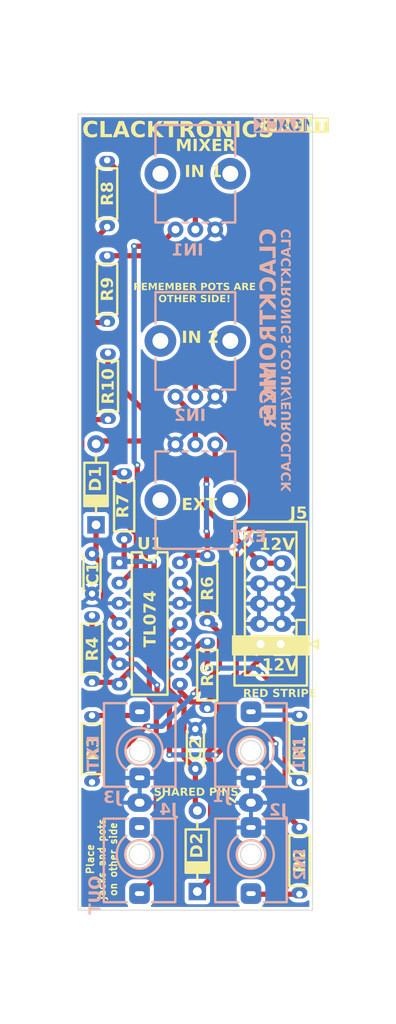
<source format=kicad_pcb>
(kicad_pcb (version 20240108) (generator "pcbnew") (generator_version "8.0")
  (layers (0 "F.Cu" signal) (31 "B.Cu" signal) (34 "B.Paste" user) (35 "F.Paste" user) (36 "B.SilkS" user "B.Silkscreen") (37 "F.SilkS" user "F.Silkscreen") (38 "B.Mask" user) (39 "F.Mask" user) (44 "Edge.Cuts" user))
  (net 0 "")
  (net 1 "+12V")
  (net 2 "Net-(D1-A)")
  (net 3 "Net-(D2-K)")
  (net 4 "-12V")
  (net 5 "GND")
  (net 6 "Net-(J1-PadT)")
  (net 7 "Net-(J2-PadT)")
  (net 8 "Net-(J3-PadT)")
  (net 9 "Net-(J4-PadT)")
  (net 10 "Net-(R5-Pad2)")
  (net 11 "Net-(U1D--)")
  (net 12 "Net-(R6-Pad2)")
  (net 13 "Net-(U1C--)")
  (net 14 "Net-(R8-Pad1)")
  (net 15 "Net-(U1B--)")
  (net 16 "Net-(R4-Pad2)")
  (net 17 "Net-(U1A--)")
  (net 19 "Net-(R9-Pad1)")
  (net 20 "Net-(R10-Pad1)")
  (footprint "BYOM_General:R_Axial_DIN0204_L3.6mm_D1.6mm_P7.62mm_Horizontal" (layer "F.Cu") (at 148.6 120.5 -90)
    (property "Reference" "R1" (at 4.191 -0.1 90) (layer "F.SilkS") (effects (font (size 1.5 1.5) (thickness 0.2) (bold yes))))
    (property "Value" "100kΩ")
    (fp_line (start 1.016 1.27) (end 7.366 1.27) (stroke (width 0.3)) (layer "F.SilkS"))
    (fp_line (start 7.366 1.27) (end 7.366 -1.27) (stroke (width 0.3)) (layer "F.SilkS"))
    (fp_line (start 1.016 -1.27) (end 1.016 1.27) (stroke (width 0.3)) (layer "F.SilkS"))
    (fp_line (start 7.366 -1.27) (end 1.016 -1.27) (stroke (width 0.3)) (layer "F.SilkS"))
    (pad "1" thru_hole oval (at 0 0 270) (size 1.4 2) (drill 0.8 (offset 0.15 0)) (layers "*.Cu" "*.Mask") (net 6 "Net-(J1-PadT)"))
    (pad "2" thru_hole oval (at 8.382 0 90) (size 1.4 2) (drill 0.8 (offset 0.15 0)) (layers "*.Cu" "*.Mask") (net 15 "Net-(U1B--)"))
  )
  (footprint "BYOM_General:C_TH_Disc_P5.00mm" (layer "F.Cu") (at 135.5 122.25 -90)
    (property "Reference" "C2" (at 2.53 -0.13 90) (layer "F.SilkS") (effects (font (size 1.5 1.5) (thickness 0.2) (bold yes))))
    (property "Value" "100n")
    (fp_line (start 0.23 1.07) (end 4.77 1.07) (stroke (width 0.3)) (layer "F.SilkS"))
    (fp_line (start 0.23 1.055) (end 0.23 1.07) (stroke (width 0.12)) (layer "F.SilkS"))
    (fp_line (start 4.77 1.055) (end 4.77 1.07) (stroke (width 0.12)) (layer "F.SilkS"))
    (fp_line (start 0.23 -1.07) (end 0.23 -1.055) (stroke (width 0.12)) (layer "F.SilkS"))
    (fp_line (start 0.23 -1.07) (end 4.77 -1.07) (stroke (width 0.3)) (layer "F.SilkS"))
    (fp_line (start 4.77 -1.07) (end 4.77 -1.055) (stroke (width 0.12)) (layer "F.SilkS"))
    (pad "1" thru_hole circle (at 0 0 270) (size 1.8 1.8) (drill 0.8) (layers "*.Cu" "*.Mask") (net 5 "GND"))
    (pad "2" thru_hole circle (at 5 0 270) (size 1.8 1.8) (drill 0.8) (layers "*.Cu" "*.Mask") (net 4 "-12V"))
  )
  (footprint "BYOM_General:IDC-Header_2x05_P2.54mm_Vertical" (layer "F.Cu") (at 146.25 111.58 180)
    (property "Reference" "J5" (at -2.25 16.38 180) (layer "F.SilkS") (effects (font (size 1.5 1.5) (thickness 0.2) (bold yes))))
    (property "Value" "Eurorack socket")
    (fp_line (start 5.83 15.37) (end -3.29 15.37) (stroke (width 0.3)) (layer "F.SilkS"))
    (fp_line (start 5.83 -5.21) (end 5.83 15.37) (stroke (width 0.3)) (layer "F.SilkS"))
    (fp_line (start 4.52 14.07) (end -1.98 14.07) (stroke (width 0.3)) (layer "F.SilkS"))
    (fp_line (start 4.52 -3.91) (end 4.52 14.07) (stroke (width 0.3)) (layer "F.SilkS"))
    (fp_line (start -1.98 14.07) (end -1.98 7.13) (stroke (width 0.3)) (layer "F.SilkS"))
    (fp_line (start -1.98 7.13) (end -1.98 7.13) (stroke (width 0.3)) (layer "F.SilkS"))
    (fp_line (start -1.98 7.13) (end -3.29 7.13) (stroke (width 0.3)) (layer "F.SilkS"))
    (fp_line (start -1.98 3.03) (end -1.98 -3.91) (stroke (width 0.3)) (layer "F.SilkS"))
    (fp_line (start -1.98 -3.91) (end 4.52 -3.91) (stroke (width 0.3)) (layer "F.SilkS"))
    (fp_line (start -3.29 15.37) (end -3.29 -5.21) (stroke (width 0.3)) (layer "F.SilkS"))
    (fp_line (start -3.29 3.03) (end -1.98 3.03) (stroke (width 0.3)) (layer "F.SilkS"))
    (fp_line (start -3.29 -5.21) (end 5.83 -5.21) (stroke (width 0.3)) (layer "F.SilkS"))
    (fp_line (start -3.68 0) (end -4.68 -0.5) (stroke (width 0.3)) (layer "F.SilkS"))
    (fp_line (start -4.68 0.5) (end -3.68 0) (stroke (width 0.3)) (layer "F.SilkS"))
    (fp_line (start -4.68 -0.5) (end -4.68 0.5) (stroke (width 0.3)) (layer "F.SilkS"))
    (pad "1" thru_hole roundrect (at 0 0 180) (size 2.3 2) (drill 1 (offset -0.2 0)) (layers "*.Cu" "*.Mask") (roundrect_rratio 0.125) (net 3 "Net-(D2-K)"))
    (pad "2" thru_hole oval (at 2.54 0 180) (size 2.3 2) (drill 1 (offset 0.2 0)) (layers "*.Cu" "*.Mask") (net 3 "Net-(D2-K)"))
    (pad "3" thru_hole oval (at 0 2.54 180) (size 2.3 2) (drill 1 (offset -0.2 0)) (layers "*.Cu" "*.Mask") (net 5 "GND"))
    (pad "4" thru_hole oval (at 2.54 2.54 180) (size 2.3 2) (drill 1 (offset 0.2 0)) (layers "*.Cu" "*.Mask") (net 5 "GND"))
    (pad "5" thru_hole oval (at 0 5.08 180) (size 2.3 2) (drill 1 (offset -0.2 0)) (layers "*.Cu" "*.Mask") (net 5 "GND"))
    (pad "6" thru_hole oval (at 2.54 5.08 180) (size 2.3 2) (drill 1 (offset 0.2 0)) (layers "*.Cu" "*.Mask") (net 5 "GND"))
    (pad "7" thru_hole oval (at 0 7.62 180) (size 2.3 2) (drill 1 (offset -0.2 0)) (layers "*.Cu" "*.Mask") (net 5 "GND"))
    (pad "8" thru_hole oval (at 2.54 7.62 180) (size 2.3 2) (drill 1 (offset 0.2 0)) (layers "*.Cu" "*.Mask") (net 5 "GND"))
    (pad "9" thru_hole oval (at 0 10.16 180) (size 2.3 2) (drill 1 (offset -0.2 0)) (layers "*.Cu" "*.Mask") (net 2 "Net-(D1-A)"))
    (pad "10" thru_hole oval (at 2.54 10.16 180) (size 2.3 2) (drill 1 (offset 0.2 0)) (layers "*.Cu" "*.Mask") (net 2 "Net-(D1-A)"))
  )
  (footprint "BYOM_General:R_Axial_DIN0204_L3.6mm_D1.6mm_P7.62mm_Horizontal" (layer "F.Cu") (at 148.6 142.982 90)
    (property "Reference" "R2" (at 4.191 0.1 -90) (layer "F.SilkS") (effects (font (size 1.5 1.5) (thickness 0.2) (bold yes))))
    (property "Value" "100kΩ")
    (fp_line (start 7.366 -1.27) (end 1.016 -1.27) (stroke (width 0.3)) (layer "F.SilkS"))
    (fp_line (start 1.016 -1.27) (end 1.016 1.27) (stroke (width 0.3)) (layer "F.SilkS"))
    (fp_line (start 7.366 1.27) (end 7.366 -1.27) (stroke (width 0.3)) (layer "F.SilkS"))
    (fp_line (start 1.016 1.27) (end 7.366 1.27) (stroke (width 0.3)) (layer "F.SilkS"))
    (pad "1" thru_hole oval (at 0 0 90) (size 1.4 2) (drill 0.8 (offset 0.15 0)) (layers "*.Cu" "*.Mask") (net 7 "Net-(J2-PadT)"))
    (pad "2" thru_hole oval (at 8.382 0 270) (size 1.4 2) (drill 0.8 (offset 0.15 0)) (layers "*.Cu" "*.Mask") (net 13 "Net-(U1C--)"))
  )
  (footprint "BYOM_General:R_Axial_DIN0204_L3.6mm_D1.6mm_P7.62mm_Horizontal" (layer "F.Cu") (at 137 108.8 90)
    (property "Reference" "R6" (at 4.2 0.1 90) (layer "F.SilkS") (effects (font (size 1.5 1.5) (thickness 0.2) (bold yes))))
    (property "Value" "100kΩ")
    (fp_line (start 7.366 -1.27) (end 1.016 -1.27) (stroke (width 0.3)) (layer "F.SilkS"))
    (fp_line (start 1.016 -1.27) (end 1.016 1.27) (stroke (width 0.3)) (layer "F.SilkS"))
    (fp_line (start 7.366 1.27) (end 7.366 -1.27) (stroke (width 0.3)) (layer "F.SilkS"))
    (fp_line (start 1.016 1.27) (end 7.366 1.27) (stroke (width 0.3)) (layer "F.SilkS"))
    (pad "1" thru_hole oval (at 0 0 90) (size 1.4 2) (drill 0.8 (offset 0.15 0)) (layers "*.Cu" "*.Mask") (net 11 "Net-(U1D--)"))
    (pad "2" thru_hole oval (at 8.382 0 270) (size 1.4 2) (drill 0.8 (offset 0.15 0)) (layers "*.Cu" "*.Mask") (net 12 "Net-(R6-Pad2)"))
  )
  (footprint "BYOM_General:R_Axial_DIN0204_L3.6mm_D1.6mm_P7.62mm_Horizontal" (layer "F.Cu") (at 126.54 90.04 -90)
    (property "Reference" "R7" (at 4.191 0.1 90) (layer "F.SilkS") (effects (font (size 1.5 1.5) (thickness 0.2) (bold yes))))
    (property "Value" "100kΩ")
    (fp_line (start 1.016 1.27) (end 7.366 1.27) (stroke (width 0.3)) (layer "F.SilkS"))
    (fp_line (start 7.366 1.27) (end 7.366 -1.27) (stroke (width 0.3)) (layer "F.SilkS"))
    (fp_line (start 1.016 -1.27) (end 1.016 1.27) (stroke (width 0.3)) (layer "F.SilkS"))
    (fp_line (start 7.366 -1.27) (end 1.016 -1.27) (stroke (width 0.3)) (layer "F.SilkS"))
    (pad "1" thru_hole oval (at 0 0 270) (size 1.4 2) (drill 0.8 (offset 0.15 0)) (layers "*.Cu" "*.Mask") (net 17 "Net-(U1A--)"))
    (pad "2" thru_hole oval (at 8.382 0 90) (size 1.4 2) (drill 0.8 (offset 0.15 0)) (layers "*.Cu" "*.Mask") (net 9 "Net-(J4-PadT)"))
  )
  (footprint "BYOM_General:DIP-14_W7.62mm_LongPads_copy" (layer "F.Cu") (at 125.94 101.375)
    (property "Reference" "U1" (at 3.81 -2.33 0) (layer "F.SilkS") (effects (font (size 1.5 1.5) (thickness 0.3) (bold yes))))
    (property "Value" "TL074")
    (fp_line (start 1.56 -1.33) (end 1.56 16.57) (stroke (width 0.3)) (layer "F.SilkS"))
    (fp_line (start 1.56 16.57) (end 6.06 16.57) (stroke (width 0.3)) (layer "F.SilkS"))
    (fp_line (start 2.81 -1.33) (end 1.56 -1.33) (stroke (width 0.3)) (layer "F.SilkS"))
    (fp_line (start 6.06 -1.33) (end 4.81 -1.33) (stroke (width 0.3)) (layer "F.SilkS"))
    (fp_line (start 6.06 16.57) (end 6.06 -1.33) (stroke (width 0.3)) (layer "F.SilkS"))
    (fp_arc (start 4.81 -1.33) (mid 3.81 -0.33) (end 2.81 -1.33) (stroke (width 0.3)) (layer "F.SilkS"))
    (pad "1" thru_hole rect (at 0 0) (size 2 1.6) (drill 0.8) (layers "*.Cu" "*.Mask") (net 9 "Net-(J4-PadT)"))
    (pad "2" thru_hole oval (at 0 2.54) (size 2 1.6) (drill 0.8) (layers "*.Cu" "*.Mask") (net 17 "Net-(U1A--)"))
    (pad "3" thru_hole oval (at 0 5.08) (size 2 1.6) (drill 0.8) (layers "*.Cu" "*.Mask") (net 5 "GND"))
    (pad "4" thru_hole oval (at 0 7.62) (size 2 1.6) (drill 0.8) (layers "*.Cu" "*.Mask") (net 1 "+12V"))
    (pad "5" thru_hole oval (at 0 10.16) (size 2 1.6) (drill 0.8) (layers "*.Cu" "*.Mask") (net 5 "GND"))
    (pad "6" thru_hole oval (at 0 12.7) (size 2 1.6) (drill 0.8) (layers "*.Cu" "*.Mask") (net 15 "Net-(U1B--)"))
    (pad "7" thru_hole oval (at 0 15.24) (size 2 1.6) (drill 0.8) (layers "*.Cu" "*.Mask") (net 16 "Net-(R4-Pad2)"))
    (pad "8" thru_hole oval (at 7.62 15.24) (size 2 1.6) (drill 0.8) (layers "*.Cu" "*.Mask") (net 10 "Net-(R5-Pad2)"))
    (pad "9" thru_hole oval (at 7.62 12.7) (size 2 1.6) (drill 0.8) (layers "*.Cu" "*.Mask") (net 13 "Net-(U1C--)"))
    (pad "10" thru_hole oval (at 7.62 10.16) (size 2 1.6) (drill 0.8) (layers "*.Cu" "*.Mask") (net 5 "GND"))
    (pad "11" thru_hole oval (at 7.62 7.62) (size 2 1.6) (drill 0.8) (layers "*.Cu" "*.Mask") (net 4 "-12V"))
    (pad "12" thru_hole oval (at 7.62 5.08) (size 2 1.6) (drill 0.8) (layers "*.Cu" "*.Mask") (net 5 "GND"))
    (pad "13" thru_hole oval (at 7.62 2.54) (size 2 1.6) (drill 0.8) (layers "*.Cu" "*.Mask") (net 11 "Net-(U1D--)"))
    (pad "14" thru_hole oval (at 7.62 0) (size 2 1.6) (drill 0.8) (layers "*.Cu" "*.Mask") (net 12 "Net-(R6-Pad2)"))
  )
  (footprint "BYOM_General:C_TH_Disc_P5.00mm" (layer "F.Cu") (at 122.5 100.25 -90)
    (property "Reference" "C1" (at 2.5 -0.17 90) (layer "F.SilkS") (effects (font (size 1.5 1.5) (thickness 0.2) (bold yes))))
    (property "Value" "100n")
    (fp_line (start 0.23 1.07) (end 4.77 1.07) (stroke (width 0.3)) (layer "F.SilkS"))
    (fp_line (start 0.23 1.055) (end 0.23 1.07) (stroke (width 0.12)) (layer "F.SilkS"))
    (fp_line (start 4.77 1.055) (end 4.77 1.07) (stroke (width 0.12)) (layer "F.SilkS"))
    (fp_line (start 0.23 -1.07) (end 0.23 -1.055) (stroke (width 0.12)) (layer "F.SilkS"))
    (fp_line (start 0.23 -1.07) (end 4.77 -1.07) (stroke (width 0.3)) (layer "F.SilkS"))
    (fp_line (start 4.77 -1.07) (end 4.77 -1.055) (stroke (width 0.12)) (layer "F.SilkS"))
    (pad "1" thru_hole circle (at 0 0 270) (size 1.8 1.8) (drill 0.8) (layers "*.Cu" "*.Mask") (net 1 "+12V"))
    (pad "2" thru_hole circle (at 5 0 270) (size 1.8 1.8) (drill 0.8) (layers "*.Cu" "*.Mask") (net 5 "GND"))
  )
  (footprint "BYOM_General:R_Axial_DIN0204_L3.6mm_D1.6mm_P7.62mm_Horizontal" (layer "F.Cu") (at 124.5 75 -90)
    (property "Reference" "R10" (at 4.2 -0.1 90) (layer "F.SilkS") (effects (font (size 1.5 1.5) (thickness 0.2) (bold yes))))
    (property "Value" "1kΩ")
    (fp_line (start 1.016 1.27) (end 7.366 1.27) (stroke (width 0.3)) (layer "F.SilkS"))
    (fp_line (start 7.366 1.27) (end 7.366 -1.27) (stroke (width 0.3)) (layer "F.SilkS"))
    (fp_line (start 1.016 -1.27) (end 1.016 1.27) (stroke (width 0.3)) (layer "F.SilkS"))
    (fp_line (start 7.366 -1.27) (end 1.016 -1.27) (stroke (width 0.3)) (layer "F.SilkS"))
    (pad "1" thru_hole oval (at 0 0 270) (size 1.4 2) (drill 0.8 (offset 0.15 0)) (layers "*.Cu" "*.Mask") (net 20 "Net-(R10-Pad1)"))
    (pad "2" thru_hole oval (at 8.382 0 90) (size 1.4 2) (drill 0.8 (offset 0.15 0)) (layers "*.Cu" "*.Mask") (net 17 "Net-(U1A--)"))
  )
  (footprint "BYOM_General:R_Axial_DIN0204_L3.6mm_D1.6mm_P7.62mm_Horizontal" (layer "F.Cu") (at 124.4 62.8 -90)
    (property "Reference" "R9" (at 4.2 -0.1 90) (layer "F.SilkS") (effects (font (size 1.5 1.5) (thickness 0.2) (bold yes))))
    (property "Value" "100kΩ")
    (fp_line (start 1.016 1.27) (end 7.366 1.27) (stroke (width 0.3)) (layer "F.SilkS"))
    (fp_line (start 7.366 1.27) (end 7.366 -1.27) (stroke (width 0.3)) (layer "F.SilkS"))
    (fp_line (start 1.016 -1.27) (end 1.016 1.27) (stroke (width 0.3)) (layer "F.SilkS"))
    (fp_line (start 7.366 -1.27) (end 1.016 -1.27) (stroke (width 0.3)) (layer "F.SilkS"))
    (pad "1" thru_hole oval (at 0 0 270) (size 1.4 2) (drill 0.8 (offset 0.15 0)) (layers "*.Cu" "*.Mask") (net 19 "Net-(R9-Pad1)"))
    (pad "2" thru_hole oval (at 8.382 0 90) (size 1.4 2) (drill 0.8 (offset 0.15 0)) (layers "*.Cu" "*.Mask") (net 17 "Net-(U1A--)"))
  )
  (footprint "BYOM_General:R_Axial_DIN0204_L3.6mm_D1.6mm_P7.62mm_Horizontal" (layer "F.Cu") (at 124.4 50.8 -90)
    (property "Reference" "R8" (at 4.2 -0.1 90) (layer "F.SilkS") (effects (font (size 1.5 1.5) (thickness 0.2) (bold yes))))
    (property "Value" "100kΩ")
    (fp_line (start 1.016 1.27) (end 7.366 1.27) (stroke (width 0.3)) (layer "F.SilkS"))
    (fp_line (start 7.366 1.27) (end 7.366 -1.27) (stroke (width 0.3)) (layer "F.SilkS"))
    (fp_line (start 1.016 -1.27) (end 1.016 1.27) (stroke (width 0.3)) (layer "F.SilkS"))
    (fp_line (start 7.366 -1.27) (end 1.016 -1.27) (stroke (width 0.3)) (layer "F.SilkS"))
    (pad "1" thru_hole oval (at 0 0 270) (size 1.4 2) (drill 0.8 (offset 0.15 0)) (layers "*.Cu" "*.Mask") (net 14 "Net-(R8-Pad1)"))
    (pad "2" thru_hole oval (at 8.382 0 90) (size 1.4 2) (drill 0.8 (offset 0.15 0)) (layers "*.Cu" "*.Mask") (net 17 "Net-(U1A--)"))
  )
  (footprint "BYOM_General:D_TH_DO-41_P10.16mm" (layer "F.Cu") (at 135.75 142.66 90)
    (property "Reference" "D2" (at 5.775 0 -90) (layer "F.SilkS") (effects (font (size 1.5 1.5) (thickness 0.2) (bold yes))))
    (property "Value" "1N5817")
    (fp_line (start 7.8 -1.47) (end 3.75 -1.5) (stroke (width 0.12)) (layer "F.SilkS"))
    (fp_line (start 7.8 -1.47) (end 2.36 -1.47) (stroke (width 0.3)) (layer "F.SilkS"))
    (fp_line (start 2.36 -1.47) (end 2.36 1.47) (stroke (width 0.3)) (layer "F.SilkS"))
    (fp_line (start 7.8 0) (end 8.75 0) (stroke (width 0.3)) (layer "F.SilkS"))
    (fp_line (start 1.4 0) (end 2.35 0) (stroke (width 0.3)) (layer "F.SilkS"))
    (fp_line (start 7.8 1.47) (end 7.8 -1.47) (stroke (width 0.3)) (layer "F.SilkS"))
    (fp_line (start 2.36 1.47) (end 7.8 1.47) (stroke (width 0.3)) (layer "F.SilkS"))
    (fp_poly (pts (xy 2.36 -1.47) (xy 2.36 1.47) (xy 3.75 1.5) (xy 3.75 -1.5)) (stroke (width 0.1)) (fill solid) (layer "F.SilkS"))
    (pad "1" thru_hole rect (at 0 0 90) (size 2.2 2.2) (drill 1.1) (layers "*.Cu" "*.Mask") (net 3 "Net-(D2-K)"))
    (pad "2" thru_hole oval (at 10.16 0 90) (size 2.2 2.2) (drill 1.1) (layers "*.Cu" "*.Mask") (net 4 "-12V"))
  )
  (footprint "BYOM_General:D_TH_DO-41_P10.16mm" (layer "F.Cu") (at 123 96.6 90)
    (property "Reference" "D1" (at 5.775 0 -90) (layer "F.SilkS") (effects (font (size 1.5 1.5) (thickness 0.2) (bold yes))))
    (property "Value" "1N5817")
    (fp_line (start 7.8 -1.47) (end 3.75 -1.5) (stroke (width 0.12)) (layer "F.SilkS"))
    (fp_line (start 7.8 -1.47) (end 2.36 -1.47) (stroke (width 0.3)) (layer "F.SilkS"))
    (fp_line (start 2.36 -1.47) (end 2.36 1.47) (stroke (width 0.3)) (layer "F.SilkS"))
    (fp_line (start 7.8 0) (end 8.75 0) (stroke (width 0.3)) (layer "F.SilkS"))
    (fp_line (start 1.4 0) (end 2.35 0) (stroke (width 0.3)) (layer "F.SilkS"))
    (fp_line (start 7.8 1.47) (end 7.8 -1.47) (stroke (width 0.3)) (layer "F.SilkS"))
    (fp_line (start 2.36 1.47) (end 7.8 1.47) (stroke (width 0.3)) (layer "F.SilkS"))
    (fp_poly (pts (xy 2.36 -1.47) (xy 2.36 1.47) (xy 3.75 1.5) (xy 3.75 -1.5)) (stroke (width 0.1)) (fill solid) (layer "F.SilkS"))
    (pad "1" thru_hole rect (at 0 0 90) (size 2.2 2.2) (drill 1.1) (layers "*.Cu" "*.Mask") (net 1 "+12V"))
    (pad "2" thru_hole oval (at 10.16 0 90) (size 2.2 2.2) (drill 1.1) (layers "*.Cu" "*.Mask") (net 2 "Net-(D1-A)"))
  )
  (footprint "BYOM_General:R_Axial_DIN0204_L3.6mm_D1.6mm_P7.62mm_Horizontal" (layer "F.Cu") (at 137 111.3 -90)
    (property "Reference" "R5" (at 4.1 -0.1 -90) (layer "F.SilkS") (effects (font (size 1.5 1.5) (thickness 0.2) (bold yes))))
    (property "Value" "100kΩ")
    (fp_line (start 1.016 1.27) (end 7.366 1.27) (stroke (width 0.3)) (layer "F.SilkS"))
    (fp_line (start 7.366 1.27) (end 7.366 -1.27) (stroke (width 0.3)) (layer "F.SilkS"))
    (fp_line (start 1.016 -1.27) (end 1.016 1.27) (stroke (width 0.3)) (layer "F.SilkS"))
    (fp_line (start 7.366 -1.27) (end 1.016 -1.27) (stroke (width 0.3)) (layer "F.SilkS"))
    (pad "1" thru_hole oval (at 0 0 270) (size 1.4 2) (drill 0.8 (offset 0.15 0)) (layers "*.Cu" "*.Mask") (net 13 "Net-(U1C--)"))
    (pad "2" thru_hole oval (at 8.382 0 90) (size 1.4 2) (drill 0.8 (offset 0.15 0)) (layers "*.Cu" "*.Mask") (net 10 "Net-(R5-Pad2)"))
  )
  (footprint "BYOM_General:R_Axial_DIN0204_L3.6mm_D1.6mm_P7.62mm_Horizontal" (layer "F.Cu") (at 122.5 120.55 -90)
    (property "Reference" "R3" (at 4.15 -0.2 -90) (layer "F.SilkS") (effects (font (size 1.5 1.5) (thickness 0.2) (bold yes))))
    (property "Value" "100kΩ")
    (fp_line (start 1.016 1.27) (end 7.366 1.27) (stroke (width 0.3)) (layer "F.SilkS"))
    (fp_line (start 7.366 1.27) (end 7.366 -1.27) (stroke (width 0.3)) (layer "F.SilkS"))
    (fp_line (start 1.016 -1.27) (end 1.016 1.27) (stroke (width 0.3)) (layer "F.SilkS"))
    (fp_line (start 7.366 -1.27) (end 1.016 -1.27) (stroke (width 0.3)) (layer "F.SilkS"))
    (pad "1" thru_hole oval (at 0 0 270) (size 1.4 2) (drill 0.8 (offset 0.15 0)) (layers "*.Cu" "*.Mask") (net 8 "Net-(J3-PadT)"))
    (pad "2" thru_hole oval (at 8.382 0 90) (size 1.4 2) (drill 0.8 (offset 0.15 0)) (layers "*.Cu" "*.Mask") (net 11 "Net-(U1D--)"))
  )
  (footprint "BYOM_General:R_Axial_DIN0204_L3.6mm_D1.6mm_P7.62mm_Horizontal" (layer "F.Cu") (at 122.5 108 -90)
    (property "Reference" "R4" (at 4.2 -0.1 -90) (layer "F.SilkS") (effects (font (size 1.5 1.5) (thickness 0.2) (bold yes))))
    (property "Value" "100kΩ")
    (fp_line (start 1.016 1.27) (end 7.366 1.27) (stroke (width 0.3)) (layer "F.SilkS"))
    (fp_line (start 7.366 1.27) (end 7.366 -1.27) (stroke (width 0.3)) (layer "F.SilkS"))
    (fp_line (start 1.016 -1.27) (end 1.016 1.27) (stroke (width 0.3)) (layer "F.SilkS"))
    (fp_line (start 7.366 -1.27) (end 1.016 -1.27) (stroke (width 0.3)) (layer "F.SilkS"))
    (pad "1" thru_hole oval (at 0 0 270) (size 1.4 2) (drill 0.8 (offset 0.15 0)) (layers "*.Cu" "*.Mask") (net 15 "Net-(U1B--)"))
    (pad "2" thru_hole oval (at 8.382 0 90) (size 1.4 2) (drill 0.8 (offset 0.15 0)) (layers "*.Cu" "*.Mask") (net 16 "Net-(R4-Pad2)"))
  )
  (footprint "BYOM_General:POT_TH_Alps_RK09K_Single_Vertical" (layer "B.Cu") (at 135.5 73 180)
    (property "Reference" "RV2" (hide yes))
    (property "Value" "100kΩ")
    (fp_line (start 5.02 5.62) (end 5.02 1.684) (stroke (width 0.3)) (layer "B.SilkS"))
    (fp_line (start 5.02 5.62) (end -5.021 5.62) (stroke (width 0.3)) (layer "B.SilkS"))
    (fp_line (start 5.02 -2.683) (end 5.02 -6.62) (stroke (width 0.3)) (layer "B.SilkS"))
    (fp_line (start 5.02 -6.62) (end 3.37 -6.62) (stroke (width 0.3)) (layer "B.SilkS"))
    (fp_line (start 1.63 -6.62) (end 0.871 -6.62) (stroke (width 0.3)) (layer "B.SilkS"))
    (fp_line (start -0.87 -6.62) (end -1.629 -6.62) (stroke (width 0.3)) (layer "B.SilkS"))
    (fp_line (start -3.371 -6.62) (end -5.021 -6.62) (stroke (width 0.3)) (layer "B.SilkS"))
    (fp_line (start -5.021 5.62) (end -5.021 1.684) (stroke (width 0.3)) (layer "B.SilkS"))
    (fp_line (start -5.021 -2.683) (end -5.021 -6.62) (stroke (width 0.3)) (layer "B.SilkS"))
    (pad "" thru_hole circle (at -4.4 -0.5 90) (size 4 4) (drill 2) (layers "*.Cu" "*.Mask"))
    (pad "" thru_hole circle (at 4.4 -0.5 90) (size 4 4) (drill 2) (layers "*.Cu" "*.Mask"))
    (pad "1" thru_hole circle (at 2.5 -7.5 90) (size 2 2) (drill 1) (layers "*.Cu" "*.Mask") (net 10 "Net-(R5-Pad2)"))
    (pad "2" thru_hole circle (at 0 -7.5 180) (size 2 2) (drill 1) (layers "*.Cu" "*.Mask") (net 19 "Net-(R9-Pad1)"))
    (pad "3" thru_hole circle (at -2.5 -7.5 90) (size 2 2) (drill 1) (layers "*.Cu" "*.Mask") (net 5 "GND"))
  )
  (footprint "BYOM_General:POT_TH_Alps_RK09K_Single_Vertical" (layer "B.Cu") (at 135.5 94)
    (property "Reference" "RV3" (hide yes))
    (property "Value" "100kΩ")
    (fp_line (start -5.021 -2.683) (end -5.021 -6.62) (stroke (width 0.3)) (layer "B.SilkS"))
    (fp_line (start -5.021 5.62) (end -5.021 1.684) (stroke (width 0.3)) (layer "B.SilkS"))
    (fp_line (start -3.371 -6.62) (end -5.021 -6.62) (stroke (width 0.3)) (layer "B.SilkS"))
    (fp_line (start -0.87 -6.62) (end -1.629 -6.62) (stroke (width 0.3)) (layer "B.SilkS"))
    (fp_line (start 1.63 -6.62) (end 0.871 -6.62) (stroke (width 0.3)) (layer "B.SilkS"))
    (fp_line (start 5.02 -6.62) (end 3.37 -6.62) (stroke (width 0.3)) (layer "B.SilkS"))
    (fp_line (start 5.02 -2.683) (end 5.02 -6.62) (stroke (width 0.3)) (layer "B.SilkS"))
    (fp_line (start 5.02 5.62) (end -5.021 5.62) (stroke (width 0.3)) (layer "B.SilkS"))
    (fp_line (start 5.02 5.62) (end 5.02 1.684) (stroke (width 0.3)) (layer "B.SilkS"))
    (pad "" thru_hole circle (at -4.4 -0.5 270) (size 4 4) (drill 2) (layers "*.Cu" "*.Mask"))
    (pad "" thru_hole circle (at 4.4 -0.5 270) (size 4 4) (drill 2) (layers "*.Cu" "*.Mask"))
    (pad "1" thru_hole circle (at 2.5 -7.5 270) (size 2 2) (drill 1) (layers "*.Cu" "*.Mask") (net 12 "Net-(R6-Pad2)"))
    (pad "2" thru_hole circle (at 0 -7.5) (size 2 2) (drill 1) (layers "*.Cu" "*.Mask") (net 20 "Net-(R10-Pad1)"))
    (pad "3" thru_hole circle (at -2.5 -7.5 270) (size 2 2) (drill 1) (layers "*.Cu" "*.Mask") (net 5 "GND"))
  )
  (footprint "BYOM_General:Jack_3.5mm_QingPu_WQP-PJ398SM_Vertical" (layer "B.Cu") (at 142.5 138)
    (property "Reference" "J2" (at 3.4 -5.5 0) (layer "B.SilkS") (effects (font (size 1.5 1.5) (thickness 0.2) (bold yes)) (justify mirror)))
    (property "Value" "Input2")
    (fp_line (start -4.5 6) (end -4.5 -4.5) (stroke (width 0.3)) (layer "B.SilkS"))
    (fp_line (start -1.6 6) (end -4.5 6) (stroke (width 0.3)) (layer "B.SilkS"))
    (fp_line (start -1.5 -4.5) (end -4.5 -4.5) (stroke (width 0.3)) (layer "B.SilkS"))
    (fp_line (start 4.5 -4.5) (end 1.5 -4.5) (stroke (width 0.3)) (layer "B.SilkS"))
    (fp_line (start 4.5 6) (end 1.6 6) (stroke (width 0.3)) (layer "B.SilkS"))
    (fp_line (start 4.5 6) (end 4.5 -4.5) (stroke (width 0.3)) (layer "B.SilkS"))
    (fp_arc (start 1.603971 -2.381653) (mid 0.027931 2.871274) (end -1.65 -2.349999) (stroke (width 0.3)) (layer "B.SilkS"))
    (fp_circle (center 0 0) (end -1.8 0) (stroke (width 0.3)) (fill none) (layer "B.SilkS"))
    (fp_circle (center 0 0) (end 1.3 0) (stroke (width 0.12)) (fill none) (layer "Edge.Cuts"))
    (pad "S" thru_hole oval (at 0 -6.5) (size 3.1 2.3) (drill oval 1.2 1) (layers "*.Cu" "*.Mask") (net 5 "GND"))
    (pad "T" thru_hole roundrect (at 0 4.92) (size 2.6 2.6) (drill oval 1.2 0.6) (layers "*.Cu" "*.Mask") (net 7 "Net-(J2-PadT)"))
    (pad "TN" thru_hole roundrect (at 0 -3.38) (size 2.6 2.6) (drill oval 1.2 0.6) (layers "*.Cu" "*.Mask") (net 5 "GND"))
    (zone (net 0) (net_name "") (layers "B.Cu" "B.SilkS") (connect_pads (clearance 0)) (min_thickness 0.25)
      (keepout (tracks not_allowed) (vias not_allowed) (pads not_allowed) (copperpour not_allowed) (footprints not_allowed))
      (fill (thermal_gap 0.5) (thermal_bridge_width 0.5))
      (polygon (pts (xy 144 138) (xy 143.979542 138.246892) (xy 143.918726 138.487049) (xy 143.819211 138.713921) (xy 143.683711 138.921319) (xy 143.515922 139.103586) (xy 143.320422 139.25575) (xy 143.102543 139.37366) (xy 142.868228 139.4541) (xy 142.623869 139.494877) (xy 142.376131 139.494877) (xy 142.131772 139.4541) (xy 141.897457 139.37366) (xy 141.679578 139.25575) (xy 141.484078 139.103586) (xy 141.316289 138.921319) (xy 141.180789 138.713921) (xy 141.081274 138.487049) (xy 141.020458 138.246892) (xy 141 138) (xy 141.020458 137.753108) (xy 141.081274 137.512951) (xy 141.180789 137.286079) (xy 141.316289 137.078681) (xy 141.484078 136.896414) (xy 141.679578 136.74425) (xy 141.897457 136.62634) (xy 142.131772 136.5459) (xy 142.376131 136.505123) (xy 142.623869 136.505123) (xy 142.868228 136.5459) (xy 143.102543 136.62634) (xy 143.320422 136.74425) (xy 143.515922 136.896414) (xy 143.683711 137.078681) (xy 143.819211 137.286079) (xy 143.918726 137.512951) (xy 143.979542 137.753108)))
    )
  )
  (footprint "BYOM_General:POT_TH_Alps_RK09K_Single_Vertical" (layer "B.Cu") (at 135.5 52 180)
    (property "Reference" "RV1" (hide yes))
    (property "Value" "100kΩ")
    (fp_line (start 5.02 5.62) (end 5.02 1.684) (stroke (width 0.3)) (layer "B.SilkS"))
    (fp_line (start 5.02 5.62) (end -5.021 5.62) (stroke (width 0.3)) (layer "B.SilkS"))
    (fp_line (start 5.02 -2.683) (end 5.02 -6.62) (stroke (width 0.3)) (layer "B.SilkS"))
    (fp_line (start 5.02 -6.62) (end 3.37 -6.62) (stroke (width 0.3)) (layer "B.SilkS"))
    (fp_line (start 1.63 -6.62) (end 0.871 -6.62) (stroke (width 0.3)) (layer "B.SilkS"))
    (fp_line (start -0.87 -6.62) (end -1.629 -6.62) (stroke (width 0.3)) (layer "B.SilkS"))
    (fp_line (start -3.371 -6.62) (end -5.021 -6.62) (stroke (width 0.3)) (layer "B.SilkS"))
    (fp_line (start -5.021 5.62) (end -5.021 1.684) (stroke (width 0.3)) (layer "B.SilkS"))
    (fp_line (start -5.021 -2.683) (end -5.021 -6.62) (stroke (width 0.3)) (layer "B.SilkS"))
    (pad "" thru_hole circle (at -4.4 -0.5 90) (size 4 4) (drill 2) (layers "*.Cu" "*.Mask"))
    (pad "" thru_hole circle (at 4.4 -0.5 90) (size 4 4) (drill 2) (layers "*.Cu" "*.Mask"))
    (pad "1" thru_hole circle (at 2.5 -7.5 90) (size 2 2) (drill 1) (layers "*.Cu" "*.Mask") (net 16 "Net-(R4-Pad2)"))
    (pad "2" thru_hole circle (at 0 -7.5 180) (size 2 2) (drill 1) (layers "*.Cu" "*.Mask") (net 14 "Net-(R8-Pad1)"))
    (pad "3" thru_hole circle (at -2.5 -7.5 90) (size 2 2) (drill 1) (layers "*.Cu" "*.Mask") (net 5 "GND"))
  )
  (footprint "BYOM_General:Jack_3.5mm_QingPu_WQP-PJ398SM_Vertical" (layer "B.Cu") (at 128.5 125 180)
    (property "Reference" "J3" (at 3.49 -5.9 180) (layer "B.SilkS") (effects (font (size 1.5 1.5) (thickness 0.2) (bold yes)) (justify mirror)))
    (property "Value" "External")
    (fp_line (start 4.5 6) (end 4.5 -4.5) (stroke (width 0.3)) (layer "B.SilkS"))
    (fp_line (start 4.5 6) (end 1.6 6) (stroke (width 0.3)) (layer "B.SilkS"))
    (fp_line (start 4.5 -4.5) (end 1.5 -4.5) (stroke (width 0.3)) (layer "B.SilkS"))
    (fp_line (start -1.5 -4.5) (end -4.5 -4.5) (stroke (width 0.3)) (layer "B.SilkS"))
    (fp_line (start -1.6 6) (end -4.5 6) (stroke (width 0.3)) (layer "B.SilkS"))
    (fp_line (start -4.5 6) (end -4.5 -4.5) (stroke (width 0.3)) (layer "B.SilkS"))
    (fp_arc (start 1.603971 -2.381653) (mid 0.027931 2.871274) (end -1.65 -2.349999) (stroke (width 0.3)) (layer "B.SilkS"))
    (fp_circle (center 0 0) (end -1.8 0) (stroke (width 0.3)) (fill none) (layer "B.SilkS"))
    (fp_circle (center 0 0) (end 1.3 0) (stroke (width 0.12)) (fill none) (layer "Edge.Cuts"))
    (pad "S" thru_hole oval (at 0 -6.5 180) (size 3.1 2.3) (drill oval 1.2 1) (layers "*.Cu" "*.Mask") (net 5 "GND"))
    (pad "T" thru_hole roundrect (at 0 4.92 180) (size 2.6 2.6) (drill oval 1.2 0.6) (layers "*.Cu" "*.Mask") (net 8 "Net-(J3-PadT)"))
    (pad "TN" thru_hole roundrect (at 0 -3.38 180) (size 2.6 2.6) (drill oval 1.2 0.6) (layers "*.Cu" "*.Mask") (net 5 "GND"))
    (zone (net 0) (net_name "") (layers "B.Cu" "B.SilkS") (connect_pads (clearance 0)) (min_thickness 0.25)
      (keepout (tracks not_allowed) (vias not_allowed) (pads not_allowed) (copperpour not_allowed) (footprints not_allowed))
      (fill (thermal_gap 0.5) (thermal_bridge_width 0.5))
      (polygon (pts (xy 127 125) (xy 127.020458 124.753108) (xy 127.081274 124.512951) (xy 127.180789 124.286079) (xy 127.316289 124.078681) (xy 127.484078 123.896414) (xy 127.679578 123.74425) (xy 127.897457 123.62634) (xy 128.131772 123.5459) (xy 128.376131 123.505123) (xy 128.623869 123.505123) (xy 128.868228 123.5459) (xy 129.102543 123.62634) (xy 129.320422 123.74425) (xy 129.515922 123.896414) (xy 129.683711 124.078681) (xy 129.819211 124.286079) (xy 129.918726 124.512951) (xy 129.979542 124.753108) (xy 130 125) (xy 129.979542 125.246892) (xy 129.918726 125.487049) (xy 129.819211 125.713921) (xy 129.683711 125.921319) (xy 129.515922 126.103586) (xy 129.320422 126.25575) (xy 129.102543 126.37366) (xy 128.868228 126.4541) (xy 128.623869 126.494877) (xy 128.376131 126.494877) (xy 128.131772 126.4541) (xy 127.897457 126.37366) (xy 127.679578 126.25575) (xy 127.484078 126.103586) (xy 127.316289 125.921319) (xy 127.180789 125.713921) (xy 127.081274 125.487049) (xy 127.020458 125.246892)))
    )
  )
  (footprint "BYOM_General:Jack_3.5mm_QingPu_WQP-PJ398SM_Vertical" (layer "B.Cu") (at 128.475 138)
    (property "Reference" "J4" (at 3.605 -5.58 0) (layer "B.SilkS") (effects (font (size 1.5 1.5) (thickness 0.2) (bold yes)) (justify mirror)))
    (property "Value" "Output")
    (fp_line (start -4.5 6) (end -4.5 -4.5) (stroke (width 0.3)) (layer "B.SilkS"))
    (fp_line (start -1.6 6) (end -4.5 6) (stroke (width 0.3)) (layer "B.SilkS"))
    (fp_line (start -1.5 -4.5) (end -4.5 -4.5) (stroke (width 0.3)) (layer "B.SilkS"))
    (fp_line (start 4.5 -4.5) (end 1.5 -4.5) (stroke (width 0.3)) (layer "B.SilkS"))
    (fp_line (start 4.5 6) (end 1.6 6) (stroke (width 0.3)) (layer "B.SilkS"))
    (fp_line (start 4.5 6) (end 4.5 -4.5) (stroke (width 0.3)) (layer "B.SilkS"))
    (fp_arc (start 1.603971 -2.381653) (mid 0.027931 2.871274) (end -1.65 -2.349999) (stroke (width 0.3)) (layer "B.SilkS"))
    (fp_circle (center 0 0) (end -1.8 0) (stroke (width 0.3)) (fill none) (layer "B.SilkS"))
    (fp_circle (center 0 0) (end 1.3 0) (stroke (width 0.12)) (fill none) (layer "Edge.Cuts"))
    (pad "S" thru_hole oval (at 0 -6.5) (size 3.1 2.3) (drill oval 1.2 1) (layers "*.Cu" "*.Mask") (net 5 "GND"))
    (pad "T" thru_hole roundrect (at 0 4.92) (size 2.6 2.6) (drill oval 1.2 0.6) (layers "*.Cu" "*.Mask") (net 9 "Net-(J4-PadT)"))
    (pad "TN" thru_hole roundrect (at 0 -3.38) (size 2.6 2.6) (drill oval 1.2 0.6) (layers "*.Cu" "*.Mask"))
    (zone (net 0) (net_name "") (layers "B.Cu" "B.SilkS") (connect_pads (clearance 0)) (min_thickness 0.25)
      (keepout (tracks not_allowed) (vias not_allowed) (pads not_allowed) (copperpour not_allowed) (footprints not_allowed))
      (fill (thermal_gap 0.5) (thermal_bridge_width 0.5))
      (polygon (pts (xy 129.975 138) (xy 129.954542 138.246892) (xy 129.893726 138.487049) (xy 129.794211 138.713921) (xy 129.658711 138.921319) (xy 129.490922 139.103586) (xy 129.295422 139.25575) (xy 129.077543 139.37366) (xy 128.843228 139.4541) (xy 128.598869 139.494877) (xy 128.351131 139.494877) (xy 128.106772 139.4541) (xy 127.872457 139.37366) (xy 127.654578 139.25575) (xy 127.459078 139.103586) (xy 127.291289 138.921319) (xy 127.155789 138.713921) (xy 127.056274 138.487049) (xy 126.995458 138.246892) (xy 126.975 138) (xy 126.995458 137.753108) (xy 127.056274 137.512951) (xy 127.155789 137.286079) (xy 127.291289 137.078681) (xy 127.459078 136.896414) (xy 127.654578 136.74425) (xy 127.872457 136.62634) (xy 128.106772 136.5459) (xy 128.351131 136.505123) (xy 128.598869 136.505123) (xy 128.843228 136.5459) (xy 129.077543 136.62634) (xy 129.295422 136.74425) (xy 129.490922 136.896414) (xy 129.658711 137.078681) (xy 129.794211 137.286079) (xy 129.893726 137.512951) (xy 129.954542 137.753108)))
    )
  )
  (footprint "BYOM_General:Jack_3.5mm_QingPu_WQP-PJ398SM_Vertical" (layer "B.Cu") (at 142.5 125 180)
    (property "Reference" "J1" (at 3.7 -5.8 180) (layer "B.SilkS") (effects (font (size 1.5 1.5) (thickness 0.2) (bold yes)) (justify mirror)))
    (property "Value" "Input1")
    (fp_line (start 4.5 6) (end 4.5 -4.5) (stroke (width 0.3)) (layer "B.SilkS"))
    (fp_line (start 4.5 6) (end 1.6 6) (stroke (width 0.3)) (layer "B.SilkS"))
    (fp_line (start 4.5 -4.5) (end 1.5 -4.5) (stroke (width 0.3)) (layer "B.SilkS"))
    (fp_line (start -1.5 -4.5) (end -4.5 -4.5) (stroke (width 0.3)) (layer "B.SilkS"))
    (fp_line (start -1.6 6) (end -4.5 6) (stroke (width 0.3)) (layer "B.SilkS"))
    (fp_line (start -4.5 6) (end -4.5 -4.5) (stroke (width 0.3)) (layer "B.SilkS"))
    (fp_arc (start 1.603971 -2.381653) (mid 0.027931 2.871274) (end -1.65 -2.349999) (stroke (width 0.3)) (layer "B.SilkS"))
    (fp_circle (center 0 0) (end -1.8 0) (stroke (width 0.3)) (fill none) (layer "B.SilkS"))
    (fp_circle (center 0 0) (end 1.3 0) (stroke (width 0.12)) (fill none) (layer "Edge.Cuts"))
    (pad "S" thru_hole oval (at 0 -6.5 180) (size 3.1 2.3) (drill oval 1.2 1) (layers "*.Cu" "*.Mask") (net 5 "GND"))
    (pad "T" thru_hole roundrect (at 0 4.92 180) (size 2.6 2.6) (drill oval 1.2 0.6) (layers "*.Cu" "*.Mask") (net 6 "Net-(J1-PadT)"))
    (pad "TN" thru_hole roundrect (at 0 -3.38 180) (size 2.6 2.6) (drill oval 1.2 0.6) (layers "*.Cu" "*.Mask") (net 5 "GND"))
    (zone (net 0) (net_name "") (layers "B.Cu" "B.SilkS") (connect_pads (clearance 0)) (min_thickness 0.25)
      (keepout (tracks not_allowed) (vias not_allowed) (pads not_allowed) (copperpour not_allowed) (footprints not_allowed))
      (fill (thermal_gap 0.5) (thermal_bridge_width 0.5))
      (polygon (pts (xy 141 125) (xy 141.020458 124.753108) (xy 141.081274 124.512951) (xy 141.180789 124.286079) (xy 141.316289 124.078681) (xy 141.484078 123.896414) (xy 141.679578 123.74425) (xy 141.897457 123.62634) (xy 142.131772 123.5459) (xy 142.376131 123.505123) (xy 142.623869 123.505123) (xy 142.868228 123.5459) (xy 143.102543 123.62634) (xy 143.320422 123.74425) (xy 143.515922 123.896414) (xy 143.683711 124.078681) (xy 143.819211 124.286079) (xy 143.918726 124.512951) (xy 143.979542 124.753108) (xy 144 125) (xy 143.979542 125.246892) (xy 143.918726 125.487049) (xy 143.819211 125.713921) (xy 143.683711 125.921319) (xy 143.515922 126.103586) (xy 143.320422 126.25575) (xy 143.102543 126.37366) (xy 142.868228 126.4541) (xy 142.623869 126.494877) (xy 142.376131 126.494877) (xy 142.131772 126.4541) (xy 141.897457 126.37366) (xy 141.679578 126.25575) (xy 141.484078 126.103586) (xy 141.316289 125.921319) (xy 141.180789 125.713921) (xy 141.081274 125.487049) (xy 141.020458 125.246892)))
    )
  )
  (gr_line (start 139.8 130.9) (end 140.5 131.4) (stroke (width 0.3)) (layer "F.SilkS"))
  (gr_rect (start 140.25 110.625) (end 149.75 112.875) (stroke (width 0.3)) (fill solid) (layer "F.SilkS"))
  (gr_line (start 131.4 130.7) (end 130.7 131.2) (stroke (width 0.3)) (layer "F.SilkS"))
  (gr_line (start 150.25 145) (end 150.25 45) (stroke (width 0.1)) (layer "Edge.Cuts"))
  (gr_line (start 150.25 45) (end 120.75 45) (stroke (width 0.1)) (layer "Edge.Cuts"))
  (gr_line (start 120.75 45) (end 120.75 145) (stroke (width 0.1)) (layer "Edge.Cuts"))
  (gr_line (start 120.75 145) (end 150.25 145) (stroke (width 0.1)) (layer "Edge.Cuts"))
  (gr_text "EXT" (at 144.45 99 0) (layer "B.SilkS") (effects (font (size 1.5 1.5) (thickness 0.15) (bold yes)) (justify left bottom mirror)))
  (gr_text " BACK " (at 150.2 47.4 0) (layer "B.SilkS" knockout) (effects (font (size 1.5 1.5) (thickness 0.2) (bold yes)) (justify left bottom mirror)))
  (gr_text "IN2" (at 149.6 137.3 90) (layer "B.SilkS") (effects (font (size 1.5 1.5) (thickness 0.15) (bold yes)) (justify left bottom mirror)))
  (gr_text "CLACKTRONICS" (at 145.95 59.35 90) (layer "B.SilkS") (effects (font (size 2 2)) (justify left bottom mirror)))
  (gr_text "OUT" (at 123.83 140.66 90) (layer "B.SilkS") (effects (font (size 1.5 1.5) (thickness 0.15) (bold yes)) (justify left bottom mirror)))
  (gr_text "CLACKTRONICS.CO.UK/EUROCLACK" (at 147.7 59.4 90) (layer "B.SilkS") (effects (font (size 1.2 1.2)) (justify left bottom mirror)))
  (gr_text "IN1" (at 136.52 63.03 0) (layer "B.SilkS") (effects (font (size 1.5 1.5) (thickness 0.15) (bold yes)) (justify left bottom mirror)))
  (gr_text "EXT" (at 123.6 123.04 90) (layer "B.SilkS") (effects (font (size 1.5 1.5) (thickness 0.15) (bold yes)) (justify left bottom mirror)))
  (gr_text "IN1" (at 149.5 123.5 90) (layer "B.SilkS") (effects (font (size 1.5 1.5) (thickness 0.15) (bold yes)) (justify left bottom mirror)))
  (gr_text "IN2" (at 136.83 83.8 0) (layer "B.SilkS") (effects (font (size 1.5 1.5) (thickness 0.15) (bold yes)) (justify left bottom mirror)))
  (gr_text "MIXER" (at 145.9 76.9 90) (layer "B.SilkS") (effects (font (size 1.5 1.5)) (justify left bottom mirror)))
  (gr_text "CLACKTRONICS" (at 121.25 48.25 0) (layer "F.SilkS") (effects (font (size 2 2)) (justify left bottom)))
  (gr_text "IN 1" (at 134.13 53.17 0) (layer "F.SilkS") (effects (font (size 1.5 1.5) (thickness 0.3) (bold yes)) (justify left bottom)))
  (gr_text "TL074" (at 130.75 112 90) (layer "F.SilkS") (effects (font (size 1.5 1.5) (thickness 0.3) (bold yes)) (justify left bottom)))
  (gr_text "Place\njacks and pots\non other side" (at 125.7 138.6 90) (layer "F.SilkS") (effects (font (size 0.9 0.9) (thickness 0.2) (bold yes)) (justify bottom)))
  (gr_text "-12V\n" (at 143 115.15 0) (layer "F.SilkS") (effects (font (size 1.5 1.5)) (justify left bottom)))
  (gr_text "REMEMBER POTS ARE\nOTHER SIDE!" (at 135.4 67.5 0) (layer "F.SilkS") (effects (font (size 0.9 0.9) (thickness 0.2) (bold yes))))
  (gr_text " FRONT " (at 143.4 47.4 0) (layer "F.SilkS" knockout) (effects (font (size 1.5 1.5) (thickness 0.2) (bold yes)) (justify left bottom)))
  (gr_text "EXT" (at 133.75 95 0) (layer "F.SilkS") (effects (font (size 1.5 1.5) (thickness 0.3) (bold yes)) (justify left bottom)))
  (gr_text "SHARED PINS" (at 135.6 130.8 0) (layer "F.SilkS") (effects (font (size 1 1) (thickness 0.2) (bold yes)) (justify bottom)))
  (gr_text "12V" (at 143.5 100 0) (layer "F.SilkS") (effects (font (size 1.5 1.5)) (justify left bottom)))
  (gr_text "RED STRIPE" (at 141.5 118.4 0) (layer "F.SilkS") (effects (font (size 1 1) (thickness 0.2) (bold yes)) (justify left bottom)))
  (gr_text "MIXER" (at 133 49.9 0) (layer "F.SilkS") (effects (font (size 1.5 1.5)) (justify left bottom)))
  (gr_text "IN 2" (at 133.75 74 0) (layer "F.SilkS") (effects (font (size 1.5 1.5) (thickness 0.3) (bold yes)) (justify left bottom)))
  (segment (start 123 99.75) (end 122.5 100.25) (width 0.66) (layer "F.Cu") (net 1))
  (segment (start 123 96.6) (end 123 99.75) (width 0.66) (layer "F.Cu") (net 1))
  (segment (start 123.93 101.68) (end 123.93 106.985) (width 0.66) (layer "F.Cu") (net 1))
  (segment (start 123.93 106.985) (end 125.94 108.995) (width 0.66) (layer "F.Cu") (net 1))
  (segment (start 122.5 100.25) (end 123.93 101.68) (width 0.66) (layer "F.Cu") (net 1))
  (segment (start 128.955931 86.070001) (end 123.369999 86.070001) (width 0.66) (layer "F.Cu") (net 2))
  (segment (start 123.369999 86.070001) (end 123 86.44) (width 0.66) (layer "F.Cu") (net 2))
  (segment (start 143.71 101.42) (end 146.25 101.42) (width 0.66) (layer "F.Cu") (net 2))
  (segment (start 129.68 87.39) (end 129.68 86.79407) (width 0.66) (layer "F.Cu") (net 2))
  (segment (start 143.71 101.42) (end 129.68 87.39) (width 0.66) (layer "F.Cu") (net 2))
  (segment (start 129.68 86.79407) (end 128.955931 86.070001) (width 0.66) (layer "F.Cu") (net 2))
  (segment (start 143.71 113.388224) (end 143.71 111.58) (width 0.66) (layer "F.Cu") (net 3))
  (segment (start 137.42 140.99) (end 137.42 126.20593) (width 0.66) (layer "F.Cu") (net 3))
  (segment (start 138.53 123.68407) (end 138.53 118.568224) (width 0.66) (layer "F.Cu") (net 3))
  (segment (start 135.75 142.66) (end 137.42 140.99) (width 0.66) (layer "F.Cu") (net 3))
  (segment (start 137.12 125.90593) (end 137.12 125.09407) (width 0.66) (layer "F.Cu") (net 3))
  (segment (start 138.53 118.568224) (end 143.71 113.388224) (width 0.66) (layer "F.Cu") (net 3))
  (segment (start 137.12 125.09407) (end 138.53 123.68407) (width 0.66) (layer "F.Cu") (net 3))
  (segment (start 137.42 126.20593) (end 137.12 125.90593) (width 0.66) (layer "F.Cu") (net 3))
  (segment (start 143.71 111.58) (end 146.25 111.58) (width 0.66) (layer "F.Cu") (net 3))
  (segment (start 135.5 127.25) (end 134.07 125.82) (width 0.66) (layer "F.Cu") (net 4))
  (segment (start 134.07 119.205904) (end 132.03 117.165904) (width 0.66) (layer "F.Cu") (net 4))
  (segment (start 135.5 127.25) (end 135.5 132.25) (width 0.66) (layer "F.Cu") (net 4))
  (segment (start 132.03 117.165904) (end 132.03 110.525) (width 0.66) (layer "F.Cu") (net 4))
  (segment (start 134.07 125.82) (end 134.07 119.205904) (width 0.66) (layer "F.Cu") (net 4))
  (segment (start 132.03 110.525) (end 133.56 108.995) (width 0.66) (layer "F.Cu") (net 4))
  (segment (start 135.5 132.25) (end 135.75 132.5) (width 0.66) (layer "F.Cu") (net 4))
  (segment (start 142.92 120.5) (end 142.5 120.08) (width 0.66) (layer "B.Cu") (net 6))
  (segment (start 148.6 120.5) (end 142.92 120.5) (width 0.66) (layer "B.Cu") (net 6))
  (segment (start 148.6 143) (end 142.58 143) (width 0.66) (layer "F.Cu") (net 7))
  (segment (start 142.58 143) (end 142.5 142.92) (width 0.66) (layer "F.Cu") (net 7))
  (segment (start 128.03 120.55) (end 128.5 120.08) (width 0.66) (layer "F.Cu") (net 8))
  (segment (start 122.5 120.55) (end 128.03 120.55) (width 0.66) (layer "F.Cu") (net 8))
  (segment (start 128.475 142.92) (end 130.4 140.995) (width 0.66) (layer "F.Cu") (net 9))
  (segment (start 129.7 113.7) (end 130.3 113.1) (width 0.66) (layer "F.Cu") (net 9))
  (segment (start 130.4 140.995) (end 130.4 140.9) (width 0.66) (layer "F.Cu") (net 9))
  (segment (start 130.3 113.1) (end 130.3 101.2) (width 0.66) (layer "F.Cu") (net 9))
  (segment (start 130.58 140.72) (end 130.58 119.191226) (width 0.66) (layer "F.Cu") (net 9))
  (segment (start 126.54 98.422) (end 126.54 100.775) (width 0.66) (layer "F.Cu") (net 9))
  (segment (start 129.7 118.311226) (end 129.7 113.7) (width 0.66) (layer "F.Cu") (net 9))
  (segment (start 130.4 140.9) (end 130.58 140.72) (width 0.66) (layer "F.Cu") (net 9))
  (segment (start 130.58 119.191226) (end 129.7 118.311226) (width 0.66) (layer "F.Cu") (net 9))
  (segment (start 126.54 100.775) (end 125.94 101.375) (width 0.66) (layer "F.Cu") (net 9))
  (via (at 130.3 101.2) (size 0.8) (drill 0.4) (layers "F.Cu" "B.Cu") (net 9))
  (segment (start 126.115 101.2) (end 125.94 101.375) (width 0.66) (layer "B.Cu") (net 9))
  (segment (start 130.3 101.2) (end 126.115 101.2) (width 0.66) (layer "B.Cu") (net 9))
  (segment (start 134.93 118.84968) (end 133.56 117.47968) (width 0.66) (layer "F.Cu") (net 10))
  (segment (start 136.16768 118.84968) (end 134.93 118.84968) (width 0.66) (layer "F.Cu") (net 10))
  (segment (start 137 119.682) (end 136.16768 118.84968) (width 0.66) (layer "F.Cu") (net 10))
  (segment (start 141.9 97.7) (end 142.43 97.17) (width 0.66) (layer "F.Cu") (net 10))
  (segment (start 133.56 117.47968) (end 133.56 116.615) (width 0.66) (layer "F.Cu") (net 10))
  (segment (start 142.43 88.73) (end 138 84.3) (width 0.66) (layer "F.Cu") (net 10))
  (segment (start 136.8 84.3) (end 133 80.5) (width 0.66) (layer "F.Cu") (net 10))
  (segment (start 140.65 115.232) (end 140.65 99.75) (width 0.66) (layer "F.Cu") (net 10))
  (segment (start 138 84.3) (end 136.8 84.3) (width 0.66) (layer "F.Cu") (net 10))
  (segment (start 137 118.882) (end 140.65 115.232) (width 0.66) (layer "F.Cu") (net 10))
  (segment (start 142.43 97.17) (end 142.43 88.73) (width 0.66) (layer "F.Cu") (net 10))
  (segment (start 137 119.682) (end 137 118.882) (width 0.66) (layer "F.Cu") (net 10))
  (via (at 141.9 97.7) (size 0.8) (drill 0.4) (layers "F.Cu" "B.Cu") (net 10))
  (via (at 140.65 99.75) (size 0.8) (drill 0.4) (layers "F.Cu" "B.Cu") (net 10))
  (segment (start 141.9 97.7) (end 141.9 98.5) (width 0.66) (layer "B.Cu") (net 10))
  (segment (start 141.9 98.5) (end 140.65 99.75) (width 0.66) (layer "B.Cu") (net 10))
  (segment (start 137 108.8) (end 137.189483 108.8) (width 0.66) (layer "F.Cu") (net 11))
  (segment (start 137 107.355) (end 133.56 103.915) (width 0.66) (layer "F.Cu") (net 11))
  (segment (start 138.53 114.564735) (end 135.280493 117.814242) (width 0.66) (layer "F.Cu") (net 11))
  (segment (start 137.189483 108.8) (end 138.53 110.140517) (width 0.66) (layer "F.Cu") (net 11))
  (segment (start 129.272442 121.909996) (end 129.6 121.909996) (width 0.66) (layer "F.Cu") (net 11))
  (segment (start 122.5 128.932) (end 122.5 128.682438) (width 0.66) (layer "F.Cu") (net 11))
  (segment (start 122.5 128.682438) (end 129.272442 121.909996) (width 0.66) (layer "F.Cu") (net 11))
  (segment (start 138.53 110.140517) (end 138.53 114.564735) (width 0.66) (layer "F.Cu") (net 11))
  (segment (start 137 108.8) (end 137 107.355) (width 0.66) (layer "F.Cu") (net 11))
  (via (at 135.280493 117.814242) (size 0.8) (drill 0.4) (layers "F.Cu" "B.Cu") (net 11))
  (via (at 129.6 121.909996) (size 0.8) (drill 0.4) (layers "F.Cu" "B.Cu") (net 11))
  (segment (start 135.280493 117.814242) (end 135.280493 117.919507) (width 0.66) (layer "B.Cu") (net 11))
  (segment (start 131.290004 121.909996) (end 129.6 121.909996) (width 0.66) (layer "B.Cu") (net 11))
  (segment (start 135.280493 117.919507) (end 131.290004 121.909996) (width 0.66) (layer "B.Cu") (net 11))
  (segment (start 138.032 109.132) (end 137.332 109.132) (width 0.66) (layer "B.Cu") (net 11))
  (segment (start 137.332 109.132) (end 137 108.8) (width 0.66) (layer "B.Cu") (net 11))
  (segment (start 136.9 90.4) (end 138 89.3) (width 0.66) (layer "F.Cu") (net 12))
  (segment (start 137 100.418) (end 134.517 100.418) (width 0.66) (layer "F.Cu") (net 12))
  (segment (start 137 97.5) (end 136.9 97.4) (width 0.66) (layer "F.Cu") (net 12))
  (segment (start 137 100.418) (end 137 97.5) (width 0.66) (layer "F.Cu") (net 12))
  (segment (start 138 89.3) (end 138 86.5) (width 0.66) (layer "F.Cu") (net 12))
  (segment (start 134.517 100.418) (end 133.56 101.375) (width 0.66) (layer "F.Cu") (net 12))
  (segment (start 136.9 91.5) (end 136.9 90.4) (width 0.66) (layer "F.Cu") (net 12))
  (via (at 136.9 91.5) (size 0.8) (drill 0.4) (layers "F.Cu" "B.Cu") (net 12))
  (via (at 136.9 97.4) (size 0.8) (drill 0.4) (layers "F.Cu" "B.Cu") (net 12))
  (segment (start 136.9 97.4) (end 136.9 91.5) (width 0.66) (layer "B.Cu") (net 12))
  (segment (start 137 111.3) (end 137 114.6) (width 0.66) (layer "F.Cu") (net 13))
  (segment (start 148.6 134.618) (end 148.199562 134.618) (width 0.66) (layer "F.Cu") (net 13))
  (segment (start 146.8 132.8) (end 148.6 134.6) (width 0.66) (layer "F.Cu") (net 13))
  (segment (start 137 111.3) (end 136.335 111.3) (width 0.66) (layer "F.Cu") (net 13))
  (segment (start 143.9 115.3) (end 146.8 118.2) (width 0.66) (layer "F.Cu") (net 13))
  (segment (start 146.8 118.2) (end 146.8 132.8) (width 0.66) (layer "F.Cu") (net 13))
  (segment (start 136.335 111.3) (end 133.56 114.075) (width 0.66) (layer "F.Cu") (net 13))
  (via (at 137 114.6) (size 0.8) (drill 0.4) (layers "F.Cu" "B.Cu") (net 13))
  (via (at 143.9 115.3) (size 0.8) (drill 0.4) (layers "F.Cu" "B.Cu") (net 13))
  (segment (start 143.032 114.6) (end 143.2 114.6) (width 0.66) (layer "B.Cu") (net 13))
  (segment (start 137 114.6) (end 143.032 114.6) (width 0.66) (layer "B.Cu") (net 13))
  (segment (start 143.2 114.6) (end 143.9 115.3) (width 0.66) (layer "B.Cu") (net 13))
  (segment (start 130.2 56.6) (end 134.3 56.6) (width 0.66) (layer "F.Cu") (net 14))
  (segment (start 124.4 50.8) (end 130.2 56.6) (width 0.66) (layer "F.Cu") (net 14))
  (segment (start 135.5 57.8) (end 135.5 59.5) (width 0.66) (layer "F.Cu") (net 14))
  (segment (start 134.3 56.6) (end 135.5 57.8) (width 0.66) (layer "F.Cu") (net 14))
  (segment (start 144.3 122.8) (end 145.6 124.1) (width 0.66) (layer "F.Cu") (net 15))
  (segment (start 148.6 128.9) (end 148.6 128.55) (width 0.66) (layer "F.Cu") (net 15))
  (segment (start 140.8 122.8) (end 144.3 122.8) (width 0.66) (layer "F.Cu") (net 15))
  (segment (start 122.5 110.635) (end 125.94 114.075) (width 0.66) (layer "F.Cu") (net 15))
  (segment (start 130.68 117.796224) (end 132.24 119.356224) (width 0.66) (layer "F.Cu") (net 15))
  (segment (start 130.68 116.714645) (end 130.68 117.796224) (width 0.66) (layer "F.Cu") (net 15))
  (segment (start 138.1 125.5) (end 140.8 122.8) (width 0.66) (layer "F.Cu") (net 15))
  (segment (start 132.24 119.356224) (end 132.24 125.499994) (width 0.66) (layer "F.Cu") (net 15))
  (segment (start 122.5 108) (end 122.5 110.635) (width 0.66) (layer "F.Cu") (net 15))
  (via (at 130.68 116.714645) (size 0.8) (drill 0.4) (layers "F.Cu" "B.Cu") (net 15))
  (via (at 138.1 125.5) (size 0.8) (drill 0.4) (layers "F.Cu" "B.Cu") (net 15))
  (via (at 145.6 124.1) (size 0.8) (drill 0.4) (layers "F.Cu" "B.Cu") (net 15))
  (via (at 132.24 125.499994) (size 0.8) (drill 0.4) (layers "F.Cu" "B.Cu") (net 15))
  (segment (start 138.1 125.5) (end 132.240006 125.5) (width 0.66) (layer "B.Cu") (net 15))
  (segment (start 145.6 125.882) (end 145.6 124.1) (width 0.66) (layer "B.Cu") (net 15))
  (segment (start 148.6 128.882) (end 145.6 125.882) (width 0.66) (layer "B.Cu") (net 15))
  (segment (start 125.94 114.075) (end 128.040355 114.075) (width 0.66) (layer "B.Cu") (net 15))
  (segment (start 132.240006 125.5) (end 132.24 125.499994) (width 0.66) (layer "B.Cu") (net 15))
  (segment (start 128.040355 114.075) (end 130.68 116.714645) (width 0.66) (layer "B.Cu") (net 15))
  (segment (start 125.707 116.382) (end 125.94 116.615) (width 0.66) (layer "F.Cu") (net 16))
  (segment (start 127.8 61.6) (end 130.9 61.6) (width 0.66) (layer "F.Cu") (net 16))
  (segment (start 130.9 61.6) (end 133 59.5) (width 0.66) (layer "F.Cu") (net 16))
  (segment (start 127.47 110.984096) (end 129.2 109.254096) (width 0.66) (layer "F.Cu") (net 16))
  (segment (start 129.2 109.254096) (end 129.2 96.7) (width 0.66) (layer "F.Cu") (net 16))
  (segment (start 127.47 113.524096) (end 127.44 113.494096) (width 0.66) (layer "F.Cu") (net 16))
  (segment (start 128.2 95.7) (end 128.2 89.100002) (width 0.66) (layer "F.Cu") (net 16))
  (segment (start 129.2 96.7) (end 128.2 95.7) (width 0.66) (layer "F.Cu") (net 16))
  (segment (start 127.47 114.713776) (end 127.47 113.524096) (width 0.66) (layer "F.Cu") (net 16))
  (segment (start 122.5 116.382) (end 125.707 116.382) (width 0.66) (layer "F.Cu") (net 16))
  (segment (start 127.44 113.494096) (end 127.44 112.115904) (width 0.66) (layer "F.Cu") (net 16))
  (segment (start 125.94 116.615) (end 125.94 116.243776) (width 0.66) (layer "F.Cu") (net 16))
  (segment (start 127.44 112.115904) (end 127.47 112.085904) (width 0.66) (layer "F.Cu") (net 16))
  (segment (start 127.47 112.085904) (end 127.47 110.984096) (width 0.66) (layer "F.Cu") (net 16))
  (segment (start 125.94 116.243776) (end 127.47 114.713776) (width 0.66) (layer "F.Cu") (net 16))
  (via (at 127.8 61.6) (size 0.8) (drill 0.4) (layers "F.Cu" "B.Cu") (net 16))
  (via (at 128.2 89.100002) (size 0.8) (drill 0.4) (layers "F.Cu" "B.Cu") (net 16))
  (segment (start 127.8 88.700002) (end 128.2 89.100002) (width 0.66) (layer "B.Cu") (net 16))
  (segment (start 127.8 61.6) (end 127.8 88.700002) (width 0.66) (layer "B.Cu") (net 16))
  (segment (start 121.53 71.66) (end 121.55 71.68) (width 0.66) (layer "F.Cu") (net 17))
  (segment (start 128.07 97.762517) (end 126.54 96.232517) (width 0.66) (layer "F.Cu") (net 17))
  (segment (start 121.65 88.125169) (end 123.564831 90.04) (width 0.66) (layer "F.Cu") (net 17))
  (segment (start 121.55 83.28) (end 121.652 83.382) (width 0.66) (layer "F.Cu") (net 17))
  (segment (start 121.65 88.07) (end 121.65 88.125169) (width 0.66) (layer "F.Cu") (net 17))
  (segment (start 124.5 83.382) (end 121.652 83.382) (width 0.66) (layer "F.Cu") (net 17))
  (segment (start 124.4 59.182) (end 121.53 62.052) (width 0.66) (layer "F.Cu") (net 17))
  (segment (start 121.37 87.79) (end 121.65 88.07) (width 0.33) (layer "F.Cu") (net 17))
  (segment (start 123.564831 90.04) (end 126.54 90.04) (width 0.66) (layer "F.Cu") (net 17))
  (segment (start 121.55 71.68) (end 121.55 83.28) (width 0.66) (layer "F.Cu") (net 17))
  (segment (start 126.54 96.232517) (end 126.54 90.04) (width 0.66) (layer "F.Cu") (net 17))
  (segment (start 121.53 62.052) (end 121.53 71.66) (width 0.66) (layer "F.Cu") (net 17))
  (segment (start 122.048 71.182) (end 121.55 71.68) (width 0.66) (layer "F.Cu") (net 17))
  (segment (start 121.37 83.1) (end 121.37 87.79) (width 0.33) (layer "F.Cu") (net 17))
  (segment (start 124.4 71.182) (end 122.048 71.182) (width 0.66) (layer "F.Cu") (net 17))
  (segment (start 128.07 101.985) (end 128.07 97.762517) (width 0.66) (layer "F.Cu") (net 17))
  (segment (start 126.14 103.915) (end 128.07 101.985) (width 0.66) (layer "F.Cu") (net 17))
  (segment (start 125.94 103.915) (end 126.14 103.915) (width 0.66) (layer "F.Cu") (net 17))
  (segment (start 135.6 69.4) (end 135.5 69.5) (width 0.66) (layer "F.Cu") (net 19))
  (segment (start 135.5 69.5) (end 135.5 80.5) (width 0.66) (layer "F.Cu") (net 19))
  (segment (start 129.6 62.8) (end 135.6 68.8) (width 0.66) (layer "F.Cu") (net 19))
  (segment (start 135.6 68.8) (end 135.6 69.4) (width 0.66) (layer "F.Cu") (net 19))
  (segment (start 124.4 62.8) (end 129.6 62.8) (width 0.66) (layer "F.Cu") (net 19))
  (segment (start 124.5 77.7) (end 130.5 83.7) (width 0.66) (layer "F.Cu") (net 20))
  (segment (start 130.5 83.7) (end 134.4 83.7) (width 0.66) (layer "F.Cu") (net 20))
  (segment (start 135.5 84.8) (end 135.5 86.5) (width 0.66) (layer "F.Cu") (net 20))
  (segment (start 134.4 83.7) (end 135.5 84.8) (width 0.66) (layer "F.Cu") (net 20))
  (segment (start 124.5 75) (end 124.5 77.7) (width 0.66) (layer "F.Cu") (net 20))
  (zone (net 5) (net_name "GND") (layer "B.Cu") (connect_pads (clearance 0.5)) (min_thickness 0.25) (fill yes (thermal_gap 0.5) (thermal_bridge_width 0.5))
    (polygon (pts (xy 150.75 145.25) (xy 120.25 145.5) (xy 120.25 44.75) (xy 150.75 44.75)))
  )
)
</source>
